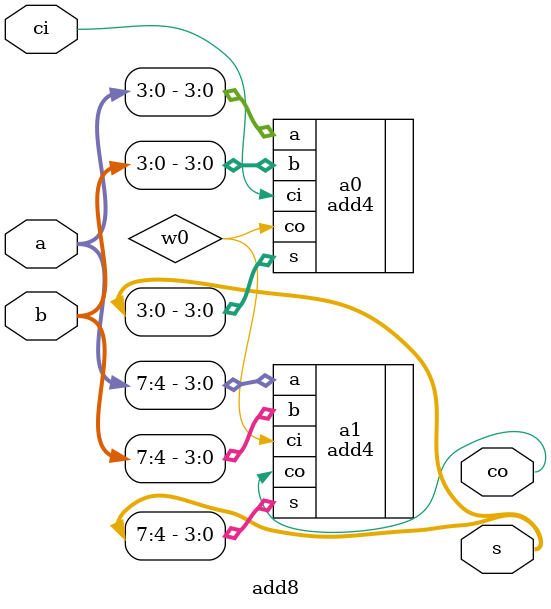
<source format=v>
`timescale 1ns/1ns

module add8(a, b, ci, co, s);   /* define module */
	input  [7:0] a, b;			/* input port (8bit) */
	input        ci;            /* input port (1bit) */
	output       co;            /* output port (1bit) */
	output [7:0] s;             /* output port (8bit) */
	wire         w0;            /* wire (1bit) */
	
	/* connect pre-difined module */
	add4 a0(.a(a[3:0]), .b(b[3:0]), .ci(ci), .co(w0), .s(s[3:0]));
	add4 a1(.a(a[7:4]), .b(b[7:4]), .ci(w0), .co(co), .s(s[7:4]));
	
endmodule

</source>
